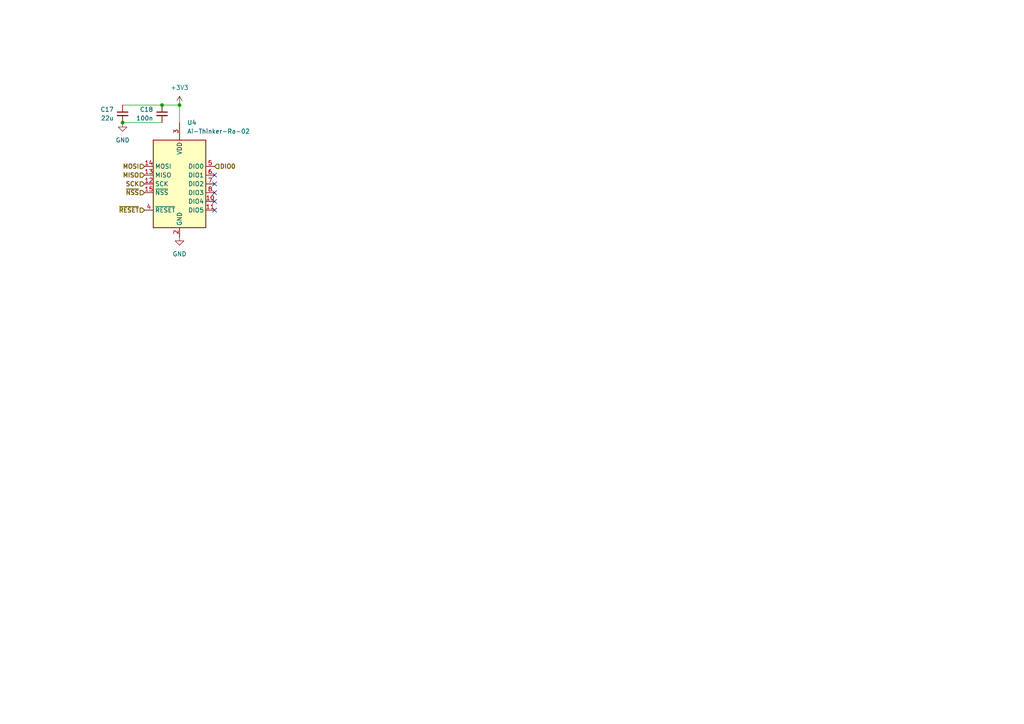
<source format=kicad_sch>
(kicad_sch (version 20231120) (generator "eeschema") (generator_version "8.0")
  (paper "A4")
  (lib_symbols
    (symbol "Device:C_Small" (pin_numbers hide) (pin_names (offset 0.254) hide)
      (property "Reference" "C" (at 0.254 1.778 0))
      (property "Value" "C_Small" (at 0.254 -2.032 0))
      (symbol "C_Small_0_1"
        (polyline (pts (xy -1.524 -0.508) (xy 1.524 -0.508)) (stroke (width 0.3302)))
        (polyline (pts (xy -1.524 0.508) (xy 1.524 0.508)) (stroke (width 0.3048)))
      )
      (symbol "C_Small_1_1"
        (pin passive line (at 0 2.54 270) (length 2.032) (name "~") (number "1"))
        (pin passive line (at 0 -2.54 90) (length 2.032) (name "~") (number "2"))
      )
    )
    (symbol "RF_Module:Ai-Thinker-Ra-02"
      (property "Reference" "U" (at 2.54 19.05 0))
      (property "Value" "Ai-Thinker-Ra-02" (at 13.97 -15.24 0))
      (symbol "Ai-Thinker-Ra-02_0_1"
        (rectangle (start -7.62 12.7) (end 7.62 -12.7) (stroke (width 0.254)) (fill (type background)))
      )
      (symbol "Ai-Thinker-Ra-02_1_1"
        (pin passive line (at 0 -15.24 90) (length 2.54) hide (name "GND") (number "1"))
        (pin bidirectional line (at 10.16 -5.08 180) (length 2.54) (name "DIO4") (number "10"))
        (pin bidirectional line (at 10.16 -7.62 180) (length 2.54) (name "DIO5") (number "11"))
        (pin input line (at -10.16 0 0) (length 2.54) (name "SCK") (number "12"))
        (pin output line (at -10.16 2.54 0) (length 2.54) (name "MISO") (number "13"))
        (pin input line (at -10.16 5.08 0) (length 2.54) (name "MOSI") (number "14"))
        (pin input line (at -10.16 -2.54 0) (length 2.54) (name "~{NSS}") (number "15"))
        (pin passive line (at 0 -15.24 90) (length 2.54) hide (name "GND") (number "16"))
        (pin power_in line (at 0 -15.24 90) (length 2.54) (name "GND") (number "2"))
        (pin power_in line (at 0 17.78 270) (length 5.08) (name "VDD") (number "3"))
        (pin input line (at -10.16 -7.62 0) (length 2.54) (name "~{RESET}") (number "4"))
        (pin bidirectional line (at 10.16 5.08 180) (length 2.54) (name "DIO0") (number "5"))
        (pin bidirectional line (at 10.16 2.54 180) (length 2.54) (name "DIO1") (number "6"))
        (pin bidirectional line (at 10.16 0 180) (length 2.54) (name "DIO2") (number "7"))
        (pin bidirectional line (at 10.16 -2.54 180) (length 2.54) (name "DIO3") (number "8"))
        (pin passive line (at 0 -15.24 90) (length 2.54) hide (name "GND") (number "9"))
      )
    )
    (symbol "power:+3V3" (power) (pin_numbers hide) (pin_names (offset 0) hide)
      (property "Value" "+3V3" (at 0 3.556 0))
      (symbol "+3V3_0_1"
        (polyline (pts (xy -0.762 1.27) (xy 0 2.54)))
        (polyline (pts (xy 0 0) (xy 0 2.54)))
        (polyline (pts (xy 0 2.54) (xy 0.762 1.27)))
      )
      (symbol "+3V3_1_1"
        (pin power_in line (at 0 0 90) (length 0) (name "~") (number "1"))
      )
    )
    (symbol "power:GND" (power) (pin_numbers hide) (pin_names (offset 0) hide)
      (property "Value" "GND" (at 0 -3.81 0))
      (symbol "GND_0_1"
        (polyline (pts (xy 0 0) (xy 0 -1.27) (xy 1.27 -1.27) (xy 0 -2.54) (xy -1.27 -1.27) (xy 0 -1.27)))
      )
      (symbol "GND_1_1"
        (pin power_in line (at 0 0 270) (length 0) (name "~") (number "1"))
      )
    )
  )
  (junction (at 52.07 30.48))
  (junction (at 35.56 35.56))
  (junction (at 46.99 30.48))
  (no_connect (at 62.23 58.42))
  (no_connect (at 62.23 55.88))
  (no_connect (at 62.23 60.96))
  (no_connect (at 62.23 53.34))
  (no_connect (at 62.23 50.8))
  (wire (pts (xy 46.99 30.48) (xy 52.07 30.48)))
  (wire (pts (xy 35.56 30.48) (xy 46.99 30.48)))
  (wire (pts (xy 35.56 35.56) (xy 46.99 35.56)))
  (wire (pts (xy 52.07 30.48) (xy 52.07 35.56)))
  (hierarchical_label "SCK" (shape input) (at 41.91 53.34 180) (effects (font (bold yes))))
  (hierarchical_label "~{RESET}" (shape input) (at 41.91 60.96 180) (effects (font (bold yes))))
  (hierarchical_label "MOSI" (shape input) (at 41.91 48.26 180) (effects (font (bold yes))))
  (hierarchical_label "~{NSS}" (shape input) (at 41.91 55.88 180) (effects (font (bold yes))))
  (hierarchical_label "DIO0" (shape input) (at 62.23 48.26 0) (effects (font (bold yes))))
  (hierarchical_label "MISO" (shape input) (at 41.91 50.8 180) (effects (font (bold yes))))
  (symbol (lib_id "RF_Module:Ai-Thinker-Ra-02") (at 52.07 53.34 0) (unit 1)
    (property "Reference" "U4" (at 54.2641 35.56 0) (effects (justify left)))
    (property "Value" "Ai-Thinker-Ra-02" (at 54.2641 38.1 0) (effects (justify left)))
    (property "Footprint" "RF_Module:Ai-Thinker-Ra-01-LoRa" (effects (hide yes)))
    (property "Datasheet" "http://wiki.ai-thinker.com/_media/lora/docs/c048ps01a1_ra-02_product_specification_v1.1.pdf" (effects (hide yes)))
    (property "Description" "Ai-Thinker Ra-02 410-525 MHz LoRa Module, SPI interface, U.FL antenna connector" (effects (hide yes)))
    (property "LCSC" "C90039" (effects (hide yes)))
  )
  (symbol (lib_id "Device:C_Small") (at 46.99 33.02 0) (unit 1)
    (property "Reference" "C18" (at 44.45 31.7562 0) (effects (justify right)))
    (property "Value" "100n" (at 44.45 34.2962 0) (effects (justify right)))
    (property "Footprint" "Capacitor_SMD:C_0402_1005Metric" (effects (hide yes)))
    (property "Description" "Unpolarized capacitor, small symbol" (effects (hide yes)))
    (property "LCSC" "C1525" (effects (hide yes)))
  )
  (symbol (lib_id "power:GND") (at 35.56 35.56 0) (unit 1)
    (property "Reference" "#PWR016" (effects (hide yes)))
    (property "Value" "GND" (at 35.56 40.64 0))
    (property "Description" "Power symbol creates a global label with name \"GND\" , ground" (effects (hide yes)))
  )
  (symbol (lib_id "power:GND") (at 52.07 68.58 0) (unit 1)
    (property "Reference" "#PWR018" (effects (hide yes)))
    (property "Value" "GND" (at 52.07 73.66 0))
    (property "Description" "Power symbol creates a global label with name \"GND\" , ground" (effects (hide yes)))
  )
  (symbol (lib_id "power:+3V3") (at 52.07 30.48 0) (unit 1)
    (property "Reference" "#PWR017" (effects (hide yes)))
    (property "Value" "+3V3" (at 52.07 25.4 0))
    (property "Description" "Power symbol creates a global label with name \"+3V3\"" (effects (hide yes)))
  )
  (symbol (lib_id "Device:C_Small") (at 35.56 33.02 0) (unit 1)
    (property "Reference" "C17" (at 33.02 31.7562 0) (effects (justify right)))
    (property "Value" "22u" (at 33.02 34.2962 0) (effects (justify right)))
    (property "Footprint" "Capacitor_SMD:C_0805_2012Metric" (effects (hide yes)))
    (property "Description" "Unpolarized capacitor, small symbol" (effects (hide yes)))
    (property "LCSC" "C45783" (effects (hide yes)))
  )
)
</source>
